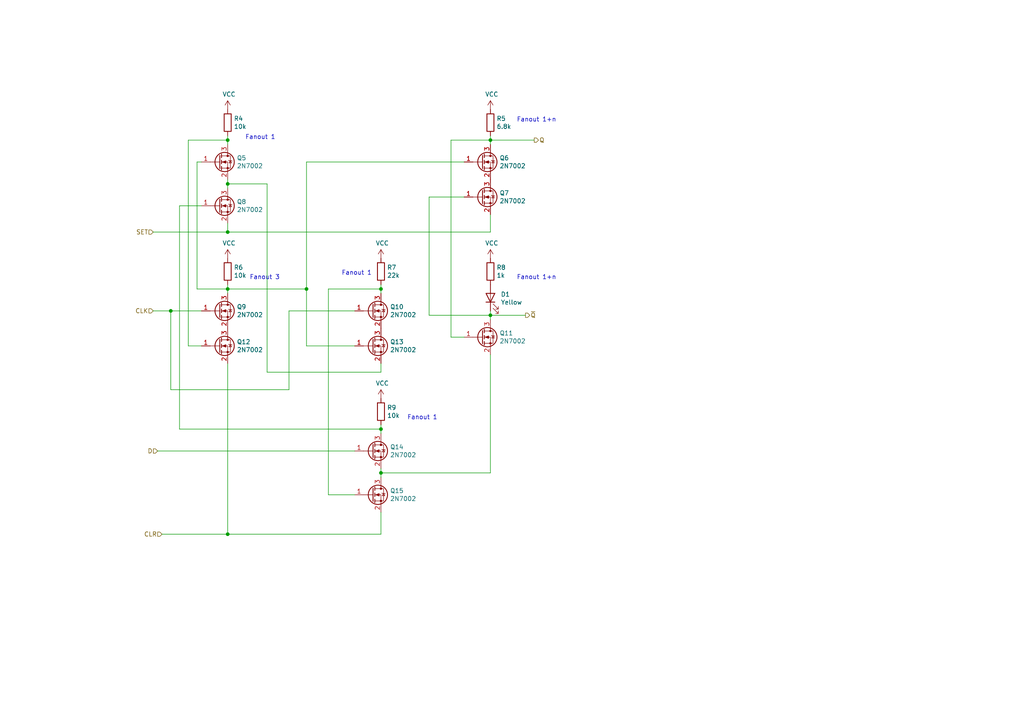
<source format=kicad_sch>
(kicad_sch (version 20211123) (generator eeschema)
  (paper "A4")
  (title_block (title "Q2 Computer") (date "2022-04-16") (rev "4c") (company "joewing.net"))
  (lib_symbols
    (symbol "Device:LED" (pin_numbers hide) (pin_names (offset 1.016) hide)
      (property "Reference" "D" (at 0 2.54 0))
      (property "Value" "LED" (at 0 -2.54 0))
      (symbol "LED_0_1"
        (polyline (pts (xy -1.27 -1.27) (xy -1.27 1.27)) (stroke (width 0.254)))
        (polyline (pts (xy -1.27 0) (xy 1.27 0)))
        (polyline (pts (xy 1.27 -1.27) (xy 1.27 1.27) (xy -1.27 0) (xy 1.27 -1.27)) (stroke (width 0.254)))
        (polyline (pts (xy -3.048 -0.762) (xy -4.572 -2.286) (xy -3.81 -2.286) (xy -4.572 -2.286) (xy -4.572 -1.524)))
        (polyline (pts (xy -1.778 -0.762) (xy -3.302 -2.286) (xy -2.54 -2.286) (xy -3.302 -2.286) (xy -3.302 -1.524)))
      )
      (symbol "LED_1_1"
        (pin passive line (at -3.81 0 0) (length 2.54) (name "K") (number "1"))
        (pin passive line (at 3.81 0 180) (length 2.54) (name "A") (number "2"))
      )
    )
    (symbol "Device:R" (pin_numbers hide) (pin_names (offset 0))
      (property "Reference" "R" (at 2.032 0 90))
      (property "Value" "R" (at 0 0 90))
      (symbol "R_0_1"
        (rectangle (start -1.016 -2.54) (end 1.016 2.54) (stroke (width 0.254)))
      )
      (symbol "R_1_1"
        (pin passive line (at 0 3.81 270) (length 1.27) (name "~") (number "1"))
        (pin passive line (at 0 -3.81 90) (length 1.27) (name "~") (number "2"))
      )
    )
    (symbol "Transistor_FET:2N7002" (pin_names hide)
      (property "Reference" "Q" (at 5.08 1.905 0))
      (property "Value" "2N7002" (at 5.08 0 0))
      (symbol "2N7002_0_1"
        (polyline (pts (xy 0.254 0) (xy -2.54 0)))
        (polyline (pts (xy 0.254 1.905) (xy 0.254 -1.905)) (stroke (width 0.254)))
        (polyline (pts (xy 0.762 -1.27) (xy 0.762 -2.286)) (stroke (width 0.254)))
        (polyline (pts (xy 0.762 0.508) (xy 0.762 -0.508)) (stroke (width 0.254)))
        (polyline (pts (xy 0.762 2.286) (xy 0.762 1.27)) (stroke (width 0.254)))
        (polyline (pts (xy 2.54 2.54) (xy 2.54 1.778)))
        (polyline (pts (xy 2.54 -2.54) (xy 2.54 0) (xy 0.762 0)))
        (polyline (pts (xy 0.762 -1.778) (xy 3.302 -1.778) (xy 3.302 1.778) (xy 0.762 1.778)))
        (polyline (pts (xy 1.016 0) (xy 2.032 0.381) (xy 2.032 -0.381) (xy 1.016 0)) (fill (type outline)))
        (polyline (pts (xy 2.794 0.508) (xy 2.921 0.381) (xy 3.683 0.381) (xy 3.81 0.254)))
        (polyline (pts (xy 3.302 0.381) (xy 2.921 -0.254) (xy 3.683 -0.254) (xy 3.302 0.381)))
        (circle (center 1.651 0) (radius 2.794) (stroke (width 0.254)))
        (circle (center 2.54 -1.778) (radius 0.254) (fill (type outline)))
        (circle (center 2.54 1.778) (radius 0.254) (fill (type outline)))
      )
      (symbol "2N7002_1_1"
        (pin input line (at -5.08 0 0) (length 2.54) (name "G") (number "1"))
        (pin passive line (at 2.54 -5.08 90) (length 2.54) (name "S") (number "2"))
        (pin passive line (at 2.54 5.08 270) (length 2.54) (name "D") (number "3"))
      )
    )
    (symbol "power:VCC" (power) (pin_names (offset 0))
      (property "Value" "VCC" (at 0 3.81 0))
      (symbol "VCC_0_1"
        (polyline (pts (xy -0.762 1.27) (xy 0 2.54)))
        (polyline (pts (xy 0 0) (xy 0 2.54)))
        (polyline (pts (xy 0 2.54) (xy 0.762 1.27)))
      )
      (symbol "VCC_1_1"
        (pin power_in line (at 0 0 90) (length 0) hide (name "VCC") (number "1"))
      )
    )
  )
  (junction (at 110.49 124.46))
  (junction (at 66.04 40.64))
  (junction (at 66.04 53.34))
  (junction (at 66.04 67.31))
  (junction (at 142.24 91.44))
  (junction (at 110.49 83.82))
  (junction (at 66.04 154.94))
  (junction (at 110.49 137.16))
  (junction (at 66.04 83.82))
  (junction (at 88.9 83.82))
  (junction (at 49.53 90.17))
  (junction (at 142.24 40.64))
  (wire (pts (xy 142.24 91.44) (xy 124.46 91.44)))
  (wire (pts (xy 54.61 100.33) (xy 54.61 40.64)))
  (wire (pts (xy 152.4 91.44) (xy 142.24 91.44)))
  (wire (pts (xy 134.62 97.79) (xy 130.81 97.79)))
  (wire (pts (xy 66.04 53.34) (xy 66.04 54.61)))
  (wire (pts (xy 83.82 90.17) (xy 102.87 90.17)))
  (wire (pts (xy 57.15 46.99) (xy 57.15 83.82)))
  (wire (pts (xy 83.82 113.03) (xy 49.53 113.03)))
  (wire (pts (xy 66.04 40.64) (xy 66.04 41.91)))
  (wire (pts (xy 130.81 40.64) (xy 130.81 97.79)))
  (wire (pts (xy 110.49 123.19) (xy 110.49 124.46)))
  (wire (pts (xy 110.49 82.55) (xy 110.49 83.82)))
  (wire (pts (xy 110.49 124.46) (xy 110.49 125.73)))
  (wire (pts (xy 66.04 64.77) (xy 66.04 67.31)))
  (wire (pts (xy 142.24 39.37) (xy 142.24 40.64)))
  (wire (pts (xy 52.07 124.46) (xy 52.07 59.69)))
  (wire (pts (xy 95.25 83.82) (xy 110.49 83.82)))
  (wire (pts (xy 44.45 90.17) (xy 49.53 90.17)))
  (wire (pts (xy 142.24 62.23) (xy 142.24 67.31)))
  (wire (pts (xy 110.49 105.41) (xy 110.49 107.95)))
  (wire (pts (xy 83.82 90.17) (xy 83.82 113.03)))
  (wire (pts (xy 110.49 137.16) (xy 110.49 138.43)))
  (wire (pts (xy 95.25 83.82) (xy 95.25 143.51)))
  (wire (pts (xy 110.49 148.59) (xy 110.49 154.94)))
  (wire (pts (xy 66.04 83.82) (xy 88.9 83.82)))
  (wire (pts (xy 77.47 53.34) (xy 66.04 53.34)))
  (wire (pts (xy 142.24 40.64) (xy 130.81 40.64)))
  (wire (pts (xy 52.07 124.46) (xy 110.49 124.46)))
  (wire (pts (xy 45.72 130.81) (xy 102.87 130.81)))
  (wire (pts (xy 142.24 90.17) (xy 142.24 91.44)))
  (wire (pts (xy 66.04 154.94) (xy 110.49 154.94)))
  (wire (pts (xy 58.42 59.69) (xy 52.07 59.69)))
  (wire (pts (xy 58.42 100.33) (xy 54.61 100.33)))
  (wire (pts (xy 88.9 83.82) (xy 88.9 100.33)))
  (wire (pts (xy 142.24 137.16) (xy 142.24 102.87)))
  (wire (pts (xy 154.94 40.64) (xy 142.24 40.64)))
  (wire (pts (xy 66.04 67.31) (xy 142.24 67.31)))
  (wire (pts (xy 88.9 100.33) (xy 102.87 100.33)))
  (wire (pts (xy 54.61 40.64) (xy 66.04 40.64)))
  (wire (pts (xy 57.15 83.82) (xy 66.04 83.82)))
  (wire (pts (xy 102.87 143.51) (xy 95.25 143.51)))
  (wire (pts (xy 134.62 57.15) (xy 124.46 57.15)))
  (wire (pts (xy 66.04 83.82) (xy 66.04 85.09)))
  (wire (pts (xy 57.15 46.99) (xy 58.42 46.99)))
  (wire (pts (xy 142.24 40.64) (xy 142.24 41.91)))
  (wire (pts (xy 66.04 52.07) (xy 66.04 53.34)))
  (wire (pts (xy 49.53 90.17) (xy 49.53 113.03)))
  (wire (pts (xy 46.99 154.94) (xy 66.04 154.94)))
  (wire (pts (xy 110.49 135.89) (xy 110.49 137.16)))
  (wire (pts (xy 66.04 39.37) (xy 66.04 40.64)))
  (wire (pts (xy 88.9 46.99) (xy 88.9 83.82)))
  (wire (pts (xy 142.24 91.44) (xy 142.24 92.71)))
  (wire (pts (xy 77.47 107.95) (xy 77.47 53.34)))
  (wire (pts (xy 44.45 67.31) (xy 66.04 67.31)))
  (wire (pts (xy 124.46 57.15) (xy 124.46 91.44)))
  (wire (pts (xy 110.49 83.82) (xy 110.49 85.09)))
  (wire (pts (xy 110.49 107.95) (xy 77.47 107.95)))
  (wire (pts (xy 66.04 82.55) (xy 66.04 83.82)))
  (wire (pts (xy 49.53 90.17) (xy 58.42 90.17)))
  (wire (pts (xy 110.49 137.16) (xy 142.24 137.16)))
  (wire (pts (xy 134.62 46.99) (xy 88.9 46.99)))
  (wire (pts (xy 66.04 105.41) (xy 66.04 154.94)))
  (text "Fanout 1+n" (at 149.86 35.56 0) (effects (font (size 1.27 1.27)) (justify left bottom)))
  (text "Fanout 1" (at 99.06 80.01 0) (effects (font (size 1.27 1.27)) (justify left bottom)))
  (text "Fanout 1+n" (at 149.86 81.28 0) (effects (font (size 1.27 1.27)) (justify left bottom)))
  (text "Fanout 1" (at 71.12 40.64 0) (effects (font (size 1.27 1.27)) (justify left bottom)))
  (text "Fanout 1" (at 118.11 121.92 0) (effects (font (size 1.27 1.27)) (justify left bottom)))
  (text "Fanout 3" (at 72.39 81.28 0) (effects (font (size 1.27 1.27)) (justify left bottom)))
  (hierarchical_label "CLK" (shape input) (at 44.45 90.17 180))
  (hierarchical_label "SET" (shape input) (at 44.45 67.31 180))
  (hierarchical_label "D" (shape input) (at 45.72 130.81 180))
  (hierarchical_label "~{Q}" (shape output) (at 152.4 91.44 0))
  (hierarchical_label "CLR" (shape input) (at 46.99 154.94 180))
  (hierarchical_label "Q" (shape output) (at 154.94 40.64 0))
  (symbol (lib_id "Device:LED") (at 142.24 86.36 90) (unit 1)
    (property "Reference" "D1" (at 145.2372 85.3694 90) (effects (justify right)))
    (property "Value" "Yellow" (at 145.2372 87.6808 90) (effects (justify right)))
    (property "Footprint" "LED_SMD:LED_0805_2012Metric" (effects hide))
    (property "LCSC" "C2296" (effects hide))
    (property "Manufacturer" "Hubei KENTO Elec" (effects hide))
    (property "Part Number" "17-21SUYC/TR8" (effects hide))
    (property "Package" "0805" (effects hide))
    (property "Type" "SMD" (effects hide))
  )
  (symbol (lib_id "Device:R") (at 142.24 78.74 0) (unit 1)
    (property "Reference" "R8" (at 144.018 77.5716 0) (effects (justify left)))
    (property "Value" "1k" (at 144.018 79.883 0) (effects (justify left)))
    (property "Footprint" "Resistor_SMD:R_0603_1608Metric" (effects hide))
    (property "LCSC" "C21190" (effects hide))
    (property "Manufacturer" "UNI-ROYAL(Uniroyal Elec)" (effects hide))
    (property "Part Number" "0603WAF1001T5E" (effects hide))
    (property "Package" "0603" (effects hide))
    (property "Type" "SMD" (effects hide))
  )
  (symbol (lib_id "power:VCC") (at 142.24 74.93 0) (unit 1)
    (property "Reference" "#PWR017" (effects hide))
    (property "Value" "VCC" (at 142.621 70.5358 0))
  )
  (symbol (lib_id "Transistor_FET:2N7002") (at 63.5 46.99 0) (unit 1)
    (property "Reference" "Q5" (at 68.6816 45.8216 0) (effects (justify left)))
    (property "Value" "2N7002" (at 68.6816 48.133 0) (effects (justify left)))
    (property "Footprint" "Package_TO_SOT_SMD:SOT-23" (effects hide))
    (property "LCSC" "C181083" (effects hide))
    (property "Manufacturer" "Guangdong Hottech" (effects hide))
    (property "Part Number" "2N7002" (effects hide))
    (property "Package" "SOT-23" (effects hide))
    (property "Type" "SMD" (effects hide))
  )
  (symbol (lib_id "Device:R") (at 66.04 35.56 0) (unit 1)
    (property "Reference" "R4" (at 67.818 34.3916 0) (effects (justify left)))
    (property "Value" "10k" (at 67.818 36.703 0) (effects (justify left)))
    (property "Footprint" "Resistor_SMD:R_0603_1608Metric" (effects hide))
    (property "LCSC" "C25804" (effects hide))
    (property "Manufacturer" "UNI-ROYAL(Uniroyal Elec)" (effects hide))
    (property "Part Number" "0603WAF1002T5E" (effects hide))
    (property "Package" "0603" (effects hide))
    (property "Type" "SMD" (effects hide))
  )
  (symbol (lib_id "power:VCC") (at 66.04 31.75 0) (unit 1)
    (property "Reference" "#PWR013" (effects hide))
    (property "Value" "VCC" (at 66.421 27.3558 0))
  )
  (symbol (lib_id "Transistor_FET:2N7002") (at 63.5 59.69 0) (unit 1)
    (property "Reference" "Q8" (at 68.6816 58.5216 0) (effects (justify left)))
    (property "Value" "2N7002" (at 68.6816 60.833 0) (effects (justify left)))
    (property "Footprint" "Package_TO_SOT_SMD:SOT-23" (effects hide))
    (property "LCSC" "C181083" (effects hide))
    (property "Manufacturer" "Guangdong Hottech" (effects hide))
    (property "Part Number" "2N7002" (effects hide))
    (property "Package" "SOT-23" (effects hide))
    (property "Type" "SMD" (effects hide))
  )
  (symbol (lib_id "Transistor_FET:2N7002") (at 63.5 90.17 0) (unit 1)
    (property "Reference" "Q9" (at 68.6816 89.0016 0) (effects (justify left)))
    (property "Value" "2N7002" (at 68.6816 91.313 0) (effects (justify left)))
    (property "Footprint" "Package_TO_SOT_SMD:SOT-23" (effects hide))
    (property "LCSC" "C181083" (effects hide))
    (property "Manufacturer" "Guangdong Hottech" (effects hide))
    (property "Part Number" "2N7002" (effects hide))
    (property "Package" "SOT-23" (effects hide))
    (property "Type" "SMD" (effects hide))
  )
  (symbol (lib_id "Device:R") (at 66.04 78.74 0) (unit 1)
    (property "Reference" "R6" (at 67.818 77.5716 0) (effects (justify left)))
    (property "Value" "10k" (at 67.818 79.883 0) (effects (justify left)))
    (property "Footprint" "Resistor_SMD:R_0603_1608Metric" (effects hide))
    (property "LCSC" "C25804" (effects hide))
    (property "Manufacturer" "UNI-ROYAL(Uniroyal Elec)" (effects hide))
    (property "Part Number" "0603WAF1002T5E" (effects hide))
    (property "Package" "0603" (effects hide))
    (property "Type" "SMD" (effects hide))
  )
  (symbol (lib_id "power:VCC") (at 66.04 74.93 0) (unit 1)
    (property "Reference" "#PWR015" (effects hide))
    (property "Value" "VCC" (at 66.421 70.5358 0))
  )
  (symbol (lib_id "Transistor_FET:2N7002") (at 63.5 100.33 0) (unit 1)
    (property "Reference" "Q12" (at 68.6816 99.1616 0) (effects (justify left)))
    (property "Value" "2N7002" (at 68.6816 101.473 0) (effects (justify left)))
    (property "Footprint" "Package_TO_SOT_SMD:SOT-23" (effects hide))
    (property "LCSC" "C181083" (effects hide))
    (property "Manufacturer" "Guangdong Hottech" (effects hide))
    (property "Part Number" "2N7002" (effects hide))
    (property "Package" "SOT-23" (effects hide))
    (property "Type" "SMD" (effects hide))
  )
  (symbol (lib_id "Transistor_FET:2N7002") (at 107.95 90.17 0) (unit 1)
    (property "Reference" "Q10" (at 113.1316 89.0016 0) (effects (justify left)))
    (property "Value" "2N7002" (at 113.1316 91.313 0) (effects (justify left)))
    (property "Footprint" "Package_TO_SOT_SMD:SOT-23" (effects hide))
    (property "LCSC" "C181083" (effects hide))
    (property "Manufacturer" "Guangdong Hottech" (effects hide))
    (property "Part Number" "2N7002" (effects hide))
    (property "Package" "SOT-23" (effects hide))
    (property "Type" "SMD" (effects hide))
  )
  (symbol (lib_id "Device:R") (at 110.49 78.74 0) (unit 1)
    (property "Reference" "R7" (at 112.268 77.5716 0) (effects (justify left)))
    (property "Value" "22k" (at 112.268 79.883 0) (effects (justify left)))
    (property "Footprint" "Resistor_SMD:R_0603_1608Metric" (effects hide))
    (property "LCSC" "C31850" (effects hide))
    (property "Manufacturer" "UNI-ROYAL(Uniroyal Elec)" (effects hide))
    (property "Part Number" "0603WAF2202T5E" (effects hide))
    (property "Package" "0603" (effects hide))
    (property "Type" "SMD" (effects hide))
  )
  (symbol (lib_id "power:VCC") (at 110.49 74.93 0) (unit 1)
    (property "Reference" "#PWR016" (effects hide))
    (property "Value" "VCC" (at 110.871 70.5358 0))
  )
  (symbol (lib_id "Transistor_FET:2N7002") (at 107.95 100.33 0) (unit 1)
    (property "Reference" "Q13" (at 113.1316 99.1616 0) (effects (justify left)))
    (property "Value" "2N7002" (at 113.1316 101.473 0) (effects (justify left)))
    (property "Footprint" "Package_TO_SOT_SMD:SOT-23" (effects hide))
    (property "LCSC" "C181083" (effects hide))
    (property "Manufacturer" "Guangdong Hottech" (effects hide))
    (property "Part Number" "2N7002" (effects hide))
    (property "Package" "SOT-23" (effects hide))
    (property "Type" "SMD" (effects hide))
  )
  (symbol (lib_id "Transistor_FET:2N7002") (at 107.95 130.81 0) (unit 1)
    (property "Reference" "Q14" (at 113.1316 129.6416 0) (effects (justify left)))
    (property "Value" "2N7002" (at 113.1316 131.953 0) (effects (justify left)))
    (property "Footprint" "Package_TO_SOT_SMD:SOT-23" (effects hide))
    (property "LCSC" "C181083" (effects hide))
    (property "Manufacturer" "Guangdong Hottech" (effects hide))
    (property "Part Number" "2N7002" (effects hide))
    (property "Package" "SOT-23" (effects hide))
    (property "Type" "SMD" (effects hide))
  )
  (symbol (lib_id "Device:R") (at 110.49 119.38 0) (unit 1)
    (property "Reference" "R9" (at 112.268 118.2116 0) (effects (justify left)))
    (property "Value" "10k" (at 112.268 120.523 0) (effects (justify left)))
    (property "Footprint" "Resistor_SMD:R_0603_1608Metric" (effects hide))
    (property "LCSC" "C25804" (effects hide))
    (property "Manufacturer" "UNI-ROYAL(Uniroyal Elec)" (effects hide))
    (property "Part Number" "0603WAF1002T5E" (effects hide))
    (property "Package" "0603" (effects hide))
    (property "Type" "SMD" (effects hide))
  )
  (symbol (lib_id "power:VCC") (at 110.49 115.57 0) (unit 1)
    (property "Reference" "#PWR018" (effects hide))
    (property "Value" "VCC" (at 110.871 111.1758 0))
  )
  (symbol (lib_id "Transistor_FET:2N7002") (at 107.95 143.51 0) (unit 1)
    (property "Reference" "Q15" (at 113.1316 142.3416 0) (effects (justify left)))
    (property "Value" "2N7002" (at 113.1316 144.653 0) (effects (justify left)))
    (property "Footprint" "Package_TO_SOT_SMD:SOT-23" (effects hide))
    (property "LCSC" "C181083" (effects hide))
    (property "Manufacturer" "Guangdong Hottech" (effects hide))
    (property "Part Number" "2N7002" (effects hide))
    (property "Package" "SOT-23" (effects hide))
    (property "Type" "SMD" (effects hide))
  )
  (symbol (lib_id "Transistor_FET:2N7002") (at 139.7 46.99 0) (unit 1)
    (property "Reference" "Q6" (at 144.8816 45.8216 0) (effects (justify left)))
    (property "Value" "2N7002" (at 144.8816 48.133 0) (effects (justify left)))
    (property "Footprint" "Package_TO_SOT_SMD:SOT-23" (effects hide))
    (property "LCSC" "C181083" (effects hide))
    (property "Manufacturer" "Guangdong Hottech" (effects hide))
    (property "Part Number" "2N7002" (effects hide))
    (property "Package" "SOT-23" (effects hide))
    (property "Type" "SMD" (effects hide))
  )
  (symbol (lib_id "Device:R") (at 142.24 35.56 0) (unit 1)
    (property "Reference" "R5" (at 144.018 34.3916 0) (effects (justify left)))
    (property "Value" "6.8k" (at 144.018 36.703 0) (effects (justify left)))
    (property "Footprint" "Resistor_SMD:R_0603_1608Metric" (effects hide))
    (property "LCSC" "C23212" (effects hide))
    (property "Manufacturer" "UNI-ROYAL(Uniroyal Elec)" (effects hide))
    (property "Part Number" "0603WAF6801T5E" (effects hide))
    (property "Package" "0603" (effects hide))
    (property "Type" "SMD" (effects hide))
  )
  (symbol (lib_id "power:VCC") (at 142.24 31.75 0) (unit 1)
    (property "Reference" "#PWR014" (effects hide))
    (property "Value" "VCC" (at 142.621 27.3558 0))
  )
  (symbol (lib_id "Transistor_FET:2N7002") (at 139.7 57.15 0) (unit 1)
    (property "Reference" "Q7" (at 144.8816 55.9816 0) (effects (justify left)))
    (property "Value" "2N7002" (at 144.8816 58.293 0) (effects (justify left)))
    (property "Footprint" "Package_TO_SOT_SMD:SOT-23" (effects hide))
    (property "LCSC" "C181083" (effects hide))
    (property "Manufacturer" "Guangdong Hottech" (effects hide))
    (property "Part Number" "2N7002" (effects hide))
    (property "Package" "SOT-23" (effects hide))
    (property "Type" "SMD" (effects hide))
  )
  (symbol (lib_id "Transistor_FET:2N7002") (at 139.7 97.79 0) (unit 1)
    (property "Reference" "Q11" (at 144.8816 96.6216 0) (effects (justify left)))
    (property "Value" "2N7002" (at 144.8816 98.933 0) (effects (justify left)))
    (property "Footprint" "Package_TO_SOT_SMD:SOT-23" (effects hide))
    (property "LCSC" "C181083" (effects hide))
    (property "Manufacturer" "Guangdong Hottech" (effects hide))
    (property "Part Number" "2N7002" (effects hide))
    (property "Package" "SOT-23" (effects hide))
    (property "Type" "SMD" (effects hide))
  )
)
</source>
